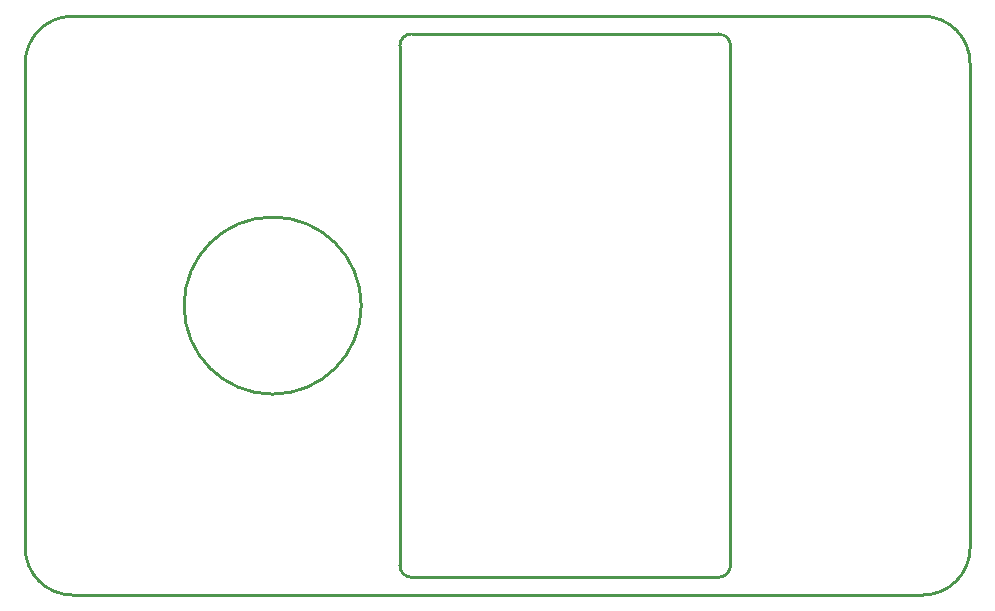
<source format=gm1>
G04 Layer_Color=16711935*
%FSAX43Y43*%
%MOMM*%
G71*
G01*
G75*
%ADD13C,0.254*%
D13*
X0117775Y0053200D02*
G03*
X0118775Y0054200I0000000J0001000D01*
G01*
Y0098200D02*
G03*
X0117775Y0099200I-0001000J0000000D01*
G01*
X0090775Y0054200D02*
G03*
X0091775Y0053200I0001000J0000000D01*
G01*
Y0099200D02*
G03*
X0090775Y0098200I0000000J-0001000D01*
G01*
X0063060Y0100700D02*
G03*
X0059060Y0096700I0000000J-0004000D01*
G01*
X0139060D02*
G03*
X0135060Y0100700I-0004000J0000000D01*
G01*
Y0051700D02*
G03*
X0139060Y0055700I0000000J0004000D01*
G01*
X0059060D02*
G03*
X0063060Y0051700I0004000J0000000D01*
G01*
X0087510Y0076200D02*
G03*
X0087510Y0076200I-0007500J0000000D01*
G01*
X0104775Y0053200D02*
X0117775D01*
X0118775Y0054200D02*
Y0076200D01*
X0104775Y0099200D02*
X0117775D01*
X0118775Y0076200D02*
Y0098200D01*
X0091775Y0053200D02*
X0104775D01*
X0090775Y0054200D02*
Y0076200D01*
Y0098200D01*
X0091775Y0099200D02*
X0104775D01*
X0139060Y0055700D02*
Y0096700D01*
X0063060Y0100700D02*
X0135060D01*
X0063060Y0051700D02*
X0135060D01*
X0059060Y0055700D02*
Y0096700D01*
M02*

</source>
